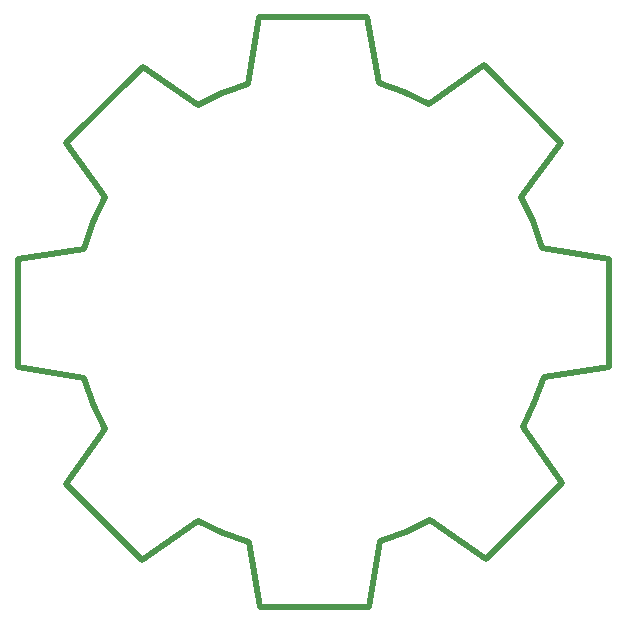
<source format=gbr>
G04 #@! TF.GenerationSoftware,KiCad,Pcbnew,(5.0.0)*
G04 #@! TF.CreationDate,2018-10-24T09:39:07-04:00*
G04 #@! TF.ProjectId,Interlock,496E7465726C6F636B2E6B696361645F,rev?*
G04 #@! TF.SameCoordinates,Original*
G04 #@! TF.FileFunction,Profile,NP*
%FSLAX46Y46*%
G04 Gerber Fmt 4.6, Leading zero omitted, Abs format (unit mm)*
G04 Created by KiCad (PCBNEW (5.0.0)) date 10/24/18 09:39:07*
%MOMM*%
%LPD*%
G01*
G04 APERTURE LIST*
%ADD10C,0.500000*%
G04 APERTURE END LIST*
D10*
X160958912Y-67898430D02*
X166483014Y-67064560D01*
X162522318Y-76862030D02*
X159187167Y-72171810D01*
X159187167Y-72171810D02*
X160190295Y-70113247D01*
X160190295Y-70113247D02*
X160958912Y-67898430D01*
X156060349Y-83324000D02*
X162522318Y-76862030D01*
X136048721Y-81864940D02*
X136986765Y-87388870D01*
X160854746Y-56954570D02*
X160086104Y-54700634D01*
X122850851Y-70217481D02*
X123854136Y-72275980D01*
X151265776Y-44759990D02*
X149168241Y-43756839D01*
X146992582Y-42988070D02*
X146054532Y-37464140D01*
X116453941Y-57892620D02*
X116453941Y-67064560D01*
X151370125Y-79988850D02*
X156060349Y-83324000D01*
X149272499Y-80991984D02*
X151370125Y-79988850D01*
X147096748Y-81760600D02*
X149272499Y-80991984D01*
X146158705Y-87388870D02*
X147096748Y-81760600D01*
X136986765Y-87388870D02*
X146158705Y-87388870D01*
X133781754Y-81096171D02*
X136048721Y-81864940D01*
X123854136Y-52681200D02*
X122850983Y-54791842D01*
X123854136Y-72275980D02*
X120518803Y-76966210D01*
X149168241Y-43756839D02*
X146992582Y-42988070D01*
X166483014Y-67064560D02*
X166483014Y-57892620D01*
X146054532Y-37464140D02*
X136882416Y-37464140D01*
X166483014Y-57892620D02*
X160854746Y-56954570D01*
X131671179Y-80093020D02*
X133781754Y-81096171D01*
X122082209Y-57058740D02*
X116453941Y-57892620D01*
X162418152Y-48095320D02*
X155956000Y-41529000D01*
X126980948Y-83428350D02*
X131671179Y-80093020D01*
X127085121Y-41633170D02*
X120518803Y-48095320D01*
X136882416Y-37464140D02*
X135944373Y-43092410D01*
X120518803Y-76966210D02*
X126980948Y-83428350D01*
X122082209Y-68002600D02*
X122850851Y-70217481D01*
X160086104Y-54700634D02*
X159082819Y-52681200D01*
X116453941Y-67064560D02*
X122082209Y-68002600D01*
X133729583Y-43861025D02*
X131671179Y-44864150D01*
X122850983Y-54791842D02*
X122082209Y-57058740D01*
X131671179Y-44864150D02*
X127085121Y-41633170D01*
X135944373Y-43092410D02*
X133729583Y-43861025D01*
X120518803Y-48095320D02*
X123854136Y-52681200D01*
X159082819Y-52681200D02*
X162418152Y-48095320D01*
X155956000Y-41529000D02*
X151265776Y-44759990D01*
M02*

</source>
